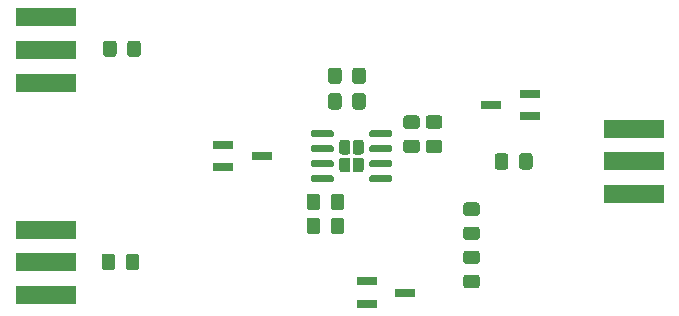
<source format=gbr>
%TF.GenerationSoftware,KiCad,Pcbnew,(5.1.6-0-10_14)*%
%TF.CreationDate,2020-09-16T18:16:11-07:00*%
%TF.ProjectId,tia_dev_board,7469615f-6465-4765-9f62-6f6172642e6b,rev?*%
%TF.SameCoordinates,Original*%
%TF.FileFunction,Paste,Top*%
%TF.FilePolarity,Positive*%
%FSLAX46Y46*%
G04 Gerber Fmt 4.6, Leading zero omitted, Abs format (unit mm)*
G04 Created by KiCad (PCBNEW (5.1.6-0-10_14)) date 2020-09-16 18:16:11*
%MOMM*%
%LPD*%
G01*
G04 APERTURE LIST*
%ADD10R,5.080000X1.600000*%
%ADD11R,1.800000X0.800000*%
G04 APERTURE END LIST*
%TO.C,U4*%
G36*
G01*
X169000000Y-92135000D02*
X169000000Y-91365000D01*
G75*
G02*
X169240000Y-91125000I240000J0D01*
G01*
X169720000Y-91125000D01*
G75*
G02*
X169960000Y-91365000I0J-240000D01*
G01*
X169960000Y-92135000D01*
G75*
G02*
X169720000Y-92375000I-240000J0D01*
G01*
X169240000Y-92375000D01*
G75*
G02*
X169000000Y-92135000I0J240000D01*
G01*
G37*
G36*
G01*
X169000000Y-90635000D02*
X169000000Y-89865000D01*
G75*
G02*
X169240000Y-89625000I240000J0D01*
G01*
X169720000Y-89625000D01*
G75*
G02*
X169960000Y-89865000I0J-240000D01*
G01*
X169960000Y-90635000D01*
G75*
G02*
X169720000Y-90875000I-240000J0D01*
G01*
X169240000Y-90875000D01*
G75*
G02*
X169000000Y-90635000I0J240000D01*
G01*
G37*
G36*
G01*
X167860000Y-92135000D02*
X167860000Y-91365000D01*
G75*
G02*
X168100000Y-91125000I240000J0D01*
G01*
X168580000Y-91125000D01*
G75*
G02*
X168820000Y-91365000I0J-240000D01*
G01*
X168820000Y-92135000D01*
G75*
G02*
X168580000Y-92375000I-240000J0D01*
G01*
X168100000Y-92375000D01*
G75*
G02*
X167860000Y-92135000I0J240000D01*
G01*
G37*
G36*
G01*
X167860000Y-90635000D02*
X167860000Y-89865000D01*
G75*
G02*
X168100000Y-89625000I240000J0D01*
G01*
X168580000Y-89625000D01*
G75*
G02*
X168820000Y-89865000I0J-240000D01*
G01*
X168820000Y-90635000D01*
G75*
G02*
X168580000Y-90875000I-240000J0D01*
G01*
X168100000Y-90875000D01*
G75*
G02*
X167860000Y-90635000I0J240000D01*
G01*
G37*
G36*
G01*
X170410000Y-89245000D02*
X170410000Y-88945000D01*
G75*
G02*
X170560000Y-88795000I150000J0D01*
G01*
X172210000Y-88795000D01*
G75*
G02*
X172360000Y-88945000I0J-150000D01*
G01*
X172360000Y-89245000D01*
G75*
G02*
X172210000Y-89395000I-150000J0D01*
G01*
X170560000Y-89395000D01*
G75*
G02*
X170410000Y-89245000I0J150000D01*
G01*
G37*
G36*
G01*
X170410000Y-90515000D02*
X170410000Y-90215000D01*
G75*
G02*
X170560000Y-90065000I150000J0D01*
G01*
X172210000Y-90065000D01*
G75*
G02*
X172360000Y-90215000I0J-150000D01*
G01*
X172360000Y-90515000D01*
G75*
G02*
X172210000Y-90665000I-150000J0D01*
G01*
X170560000Y-90665000D01*
G75*
G02*
X170410000Y-90515000I0J150000D01*
G01*
G37*
G36*
G01*
X170410000Y-91785000D02*
X170410000Y-91485000D01*
G75*
G02*
X170560000Y-91335000I150000J0D01*
G01*
X172210000Y-91335000D01*
G75*
G02*
X172360000Y-91485000I0J-150000D01*
G01*
X172360000Y-91785000D01*
G75*
G02*
X172210000Y-91935000I-150000J0D01*
G01*
X170560000Y-91935000D01*
G75*
G02*
X170410000Y-91785000I0J150000D01*
G01*
G37*
G36*
G01*
X170410000Y-93055000D02*
X170410000Y-92755000D01*
G75*
G02*
X170560000Y-92605000I150000J0D01*
G01*
X172210000Y-92605000D01*
G75*
G02*
X172360000Y-92755000I0J-150000D01*
G01*
X172360000Y-93055000D01*
G75*
G02*
X172210000Y-93205000I-150000J0D01*
G01*
X170560000Y-93205000D01*
G75*
G02*
X170410000Y-93055000I0J150000D01*
G01*
G37*
G36*
G01*
X165460000Y-93055000D02*
X165460000Y-92755000D01*
G75*
G02*
X165610000Y-92605000I150000J0D01*
G01*
X167260000Y-92605000D01*
G75*
G02*
X167410000Y-92755000I0J-150000D01*
G01*
X167410000Y-93055000D01*
G75*
G02*
X167260000Y-93205000I-150000J0D01*
G01*
X165610000Y-93205000D01*
G75*
G02*
X165460000Y-93055000I0J150000D01*
G01*
G37*
G36*
G01*
X165460000Y-91785000D02*
X165460000Y-91485000D01*
G75*
G02*
X165610000Y-91335000I150000J0D01*
G01*
X167260000Y-91335000D01*
G75*
G02*
X167410000Y-91485000I0J-150000D01*
G01*
X167410000Y-91785000D01*
G75*
G02*
X167260000Y-91935000I-150000J0D01*
G01*
X165610000Y-91935000D01*
G75*
G02*
X165460000Y-91785000I0J150000D01*
G01*
G37*
G36*
G01*
X165460000Y-90515000D02*
X165460000Y-90215000D01*
G75*
G02*
X165610000Y-90065000I150000J0D01*
G01*
X167260000Y-90065000D01*
G75*
G02*
X167410000Y-90215000I0J-150000D01*
G01*
X167410000Y-90515000D01*
G75*
G02*
X167260000Y-90665000I-150000J0D01*
G01*
X165610000Y-90665000D01*
G75*
G02*
X165460000Y-90515000I0J150000D01*
G01*
G37*
G36*
G01*
X165460000Y-89245000D02*
X165460000Y-88945000D01*
G75*
G02*
X165610000Y-88795000I150000J0D01*
G01*
X167260000Y-88795000D01*
G75*
G02*
X167410000Y-88945000I0J-150000D01*
G01*
X167410000Y-89245000D01*
G75*
G02*
X167260000Y-89395000I-150000J0D01*
G01*
X165610000Y-89395000D01*
G75*
G02*
X165460000Y-89245000I0J150000D01*
G01*
G37*
%TD*%
%TO.C,R5*%
G36*
G01*
X182185000Y-90989999D02*
X182185000Y-91890001D01*
G75*
G02*
X181935001Y-92140000I-249999J0D01*
G01*
X181284999Y-92140000D01*
G75*
G02*
X181035000Y-91890001I0J249999D01*
G01*
X181035000Y-90989999D01*
G75*
G02*
X181284999Y-90740000I249999J0D01*
G01*
X181935001Y-90740000D01*
G75*
G02*
X182185000Y-90989999I0J-249999D01*
G01*
G37*
G36*
G01*
X184235000Y-90989999D02*
X184235000Y-91890001D01*
G75*
G02*
X183985001Y-92140000I-249999J0D01*
G01*
X183334999Y-92140000D01*
G75*
G02*
X183085000Y-91890001I0J249999D01*
G01*
X183085000Y-90989999D01*
G75*
G02*
X183334999Y-90740000I249999J0D01*
G01*
X183985001Y-90740000D01*
G75*
G02*
X184235000Y-90989999I0J-249999D01*
G01*
G37*
%TD*%
%TO.C,R4*%
G36*
G01*
X178619999Y-96961000D02*
X179520001Y-96961000D01*
G75*
G02*
X179770000Y-97210999I0J-249999D01*
G01*
X179770000Y-97861001D01*
G75*
G02*
X179520001Y-98111000I-249999J0D01*
G01*
X178619999Y-98111000D01*
G75*
G02*
X178370000Y-97861001I0J249999D01*
G01*
X178370000Y-97210999D01*
G75*
G02*
X178619999Y-96961000I249999J0D01*
G01*
G37*
G36*
G01*
X178619999Y-94911000D02*
X179520001Y-94911000D01*
G75*
G02*
X179770000Y-95160999I0J-249999D01*
G01*
X179770000Y-95811001D01*
G75*
G02*
X179520001Y-96061000I-249999J0D01*
G01*
X178619999Y-96061000D01*
G75*
G02*
X178370000Y-95811001I0J249999D01*
G01*
X178370000Y-95160999D01*
G75*
G02*
X178619999Y-94911000I249999J0D01*
G01*
G37*
%TD*%
%TO.C,RF1*%
G36*
G01*
X168070000Y-85909999D02*
X168070000Y-86810001D01*
G75*
G02*
X167820001Y-87060000I-249999J0D01*
G01*
X167169999Y-87060000D01*
G75*
G02*
X166920000Y-86810001I0J249999D01*
G01*
X166920000Y-85909999D01*
G75*
G02*
X167169999Y-85660000I249999J0D01*
G01*
X167820001Y-85660000D01*
G75*
G02*
X168070000Y-85909999I0J-249999D01*
G01*
G37*
G36*
G01*
X170120000Y-85909999D02*
X170120000Y-86810001D01*
G75*
G02*
X169870001Y-87060000I-249999J0D01*
G01*
X169219999Y-87060000D01*
G75*
G02*
X168970000Y-86810001I0J249999D01*
G01*
X168970000Y-85909999D01*
G75*
G02*
X169219999Y-85660000I249999J0D01*
G01*
X169870001Y-85660000D01*
G75*
G02*
X170120000Y-85909999I0J-249999D01*
G01*
G37*
%TD*%
%TO.C,R2*%
G36*
G01*
X148893000Y-99498999D02*
X148893000Y-100399001D01*
G75*
G02*
X148643001Y-100649000I-249999J0D01*
G01*
X147992999Y-100649000D01*
G75*
G02*
X147743000Y-100399001I0J249999D01*
G01*
X147743000Y-99498999D01*
G75*
G02*
X147992999Y-99249000I249999J0D01*
G01*
X148643001Y-99249000D01*
G75*
G02*
X148893000Y-99498999I0J-249999D01*
G01*
G37*
G36*
G01*
X150943000Y-99498999D02*
X150943000Y-100399001D01*
G75*
G02*
X150693001Y-100649000I-249999J0D01*
G01*
X150042999Y-100649000D01*
G75*
G02*
X149793000Y-100399001I0J249999D01*
G01*
X149793000Y-99498999D01*
G75*
G02*
X150042999Y-99249000I249999J0D01*
G01*
X150693001Y-99249000D01*
G75*
G02*
X150943000Y-99498999I0J-249999D01*
G01*
G37*
%TD*%
%TO.C,R1*%
G36*
G01*
X149020000Y-81464999D02*
X149020000Y-82365001D01*
G75*
G02*
X148770001Y-82615000I-249999J0D01*
G01*
X148119999Y-82615000D01*
G75*
G02*
X147870000Y-82365001I0J249999D01*
G01*
X147870000Y-81464999D01*
G75*
G02*
X148119999Y-81215000I249999J0D01*
G01*
X148770001Y-81215000D01*
G75*
G02*
X149020000Y-81464999I0J-249999D01*
G01*
G37*
G36*
G01*
X151070000Y-81464999D02*
X151070000Y-82365001D01*
G75*
G02*
X150820001Y-82615000I-249999J0D01*
G01*
X150169999Y-82615000D01*
G75*
G02*
X149920000Y-82365001I0J249999D01*
G01*
X149920000Y-81464999D01*
G75*
G02*
X150169999Y-81215000I249999J0D01*
G01*
X150820001Y-81215000D01*
G75*
G02*
X151070000Y-81464999I0J-249999D01*
G01*
G37*
%TD*%
D10*
%TO.C,J3*%
X192786000Y-88670000D03*
X192786000Y-94210000D03*
X192786000Y-91440000D03*
%TD*%
%TO.C,J2*%
X143060000Y-84770000D03*
X143060000Y-79230000D03*
X143060000Y-82000000D03*
%TD*%
%TO.C,J1*%
X143060000Y-102770000D03*
X143060000Y-97230000D03*
X143060000Y-100000000D03*
%TD*%
D11*
%TO.C,D3*%
X180723000Y-86680000D03*
X184023000Y-85730000D03*
X184023000Y-87630000D03*
%TD*%
%TO.C,D2*%
X173480000Y-102550000D03*
X170180000Y-103500000D03*
X170180000Y-101600000D03*
%TD*%
%TO.C,D1*%
X161290000Y-91000000D03*
X157990000Y-91950000D03*
X157990000Y-90050000D03*
%TD*%
%TO.C,C6*%
G36*
G01*
X178619999Y-101043000D02*
X179520001Y-101043000D01*
G75*
G02*
X179770000Y-101292999I0J-249999D01*
G01*
X179770000Y-101943001D01*
G75*
G02*
X179520001Y-102193000I-249999J0D01*
G01*
X178619999Y-102193000D01*
G75*
G02*
X178370000Y-101943001I0J249999D01*
G01*
X178370000Y-101292999D01*
G75*
G02*
X178619999Y-101043000I249999J0D01*
G01*
G37*
G36*
G01*
X178619999Y-98993000D02*
X179520001Y-98993000D01*
G75*
G02*
X179770000Y-99242999I0J-249999D01*
G01*
X179770000Y-99893001D01*
G75*
G02*
X179520001Y-100143000I-249999J0D01*
G01*
X178619999Y-100143000D01*
G75*
G02*
X178370000Y-99893001I0J249999D01*
G01*
X178370000Y-99242999D01*
G75*
G02*
X178619999Y-98993000I249999J0D01*
G01*
G37*
%TD*%
%TO.C,CF1*%
G36*
G01*
X168070000Y-83750999D02*
X168070000Y-84651001D01*
G75*
G02*
X167820001Y-84901000I-249999J0D01*
G01*
X167169999Y-84901000D01*
G75*
G02*
X166920000Y-84651001I0J249999D01*
G01*
X166920000Y-83750999D01*
G75*
G02*
X167169999Y-83501000I249999J0D01*
G01*
X167820001Y-83501000D01*
G75*
G02*
X168070000Y-83750999I0J-249999D01*
G01*
G37*
G36*
G01*
X170120000Y-83750999D02*
X170120000Y-84651001D01*
G75*
G02*
X169870001Y-84901000I-249999J0D01*
G01*
X169219999Y-84901000D01*
G75*
G02*
X168970000Y-84651001I0J249999D01*
G01*
X168970000Y-83750999D01*
G75*
G02*
X169219999Y-83501000I249999J0D01*
G01*
X169870001Y-83501000D01*
G75*
G02*
X170120000Y-83750999I0J-249999D01*
G01*
G37*
%TD*%
%TO.C,C4*%
G36*
G01*
X175444999Y-89595000D02*
X176345001Y-89595000D01*
G75*
G02*
X176595000Y-89844999I0J-249999D01*
G01*
X176595000Y-90495001D01*
G75*
G02*
X176345001Y-90745000I-249999J0D01*
G01*
X175444999Y-90745000D01*
G75*
G02*
X175195000Y-90495001I0J249999D01*
G01*
X175195000Y-89844999D01*
G75*
G02*
X175444999Y-89595000I249999J0D01*
G01*
G37*
G36*
G01*
X175444999Y-87545000D02*
X176345001Y-87545000D01*
G75*
G02*
X176595000Y-87794999I0J-249999D01*
G01*
X176595000Y-88445001D01*
G75*
G02*
X176345001Y-88695000I-249999J0D01*
G01*
X175444999Y-88695000D01*
G75*
G02*
X175195000Y-88445001I0J249999D01*
G01*
X175195000Y-87794999D01*
G75*
G02*
X175444999Y-87545000I249999J0D01*
G01*
G37*
%TD*%
%TO.C,C3*%
G36*
G01*
X173539999Y-89595000D02*
X174440001Y-89595000D01*
G75*
G02*
X174690000Y-89844999I0J-249999D01*
G01*
X174690000Y-90495001D01*
G75*
G02*
X174440001Y-90745000I-249999J0D01*
G01*
X173539999Y-90745000D01*
G75*
G02*
X173290000Y-90495001I0J249999D01*
G01*
X173290000Y-89844999D01*
G75*
G02*
X173539999Y-89595000I249999J0D01*
G01*
G37*
G36*
G01*
X173539999Y-87545000D02*
X174440001Y-87545000D01*
G75*
G02*
X174690000Y-87794999I0J-249999D01*
G01*
X174690000Y-88445001D01*
G75*
G02*
X174440001Y-88695000I-249999J0D01*
G01*
X173539999Y-88695000D01*
G75*
G02*
X173290000Y-88445001I0J249999D01*
G01*
X173290000Y-87794999D01*
G75*
G02*
X173539999Y-87545000I249999J0D01*
G01*
G37*
%TD*%
%TO.C,C2*%
G36*
G01*
X167150000Y-95319001D02*
X167150000Y-94418999D01*
G75*
G02*
X167399999Y-94169000I249999J0D01*
G01*
X168050001Y-94169000D01*
G75*
G02*
X168300000Y-94418999I0J-249999D01*
G01*
X168300000Y-95319001D01*
G75*
G02*
X168050001Y-95569000I-249999J0D01*
G01*
X167399999Y-95569000D01*
G75*
G02*
X167150000Y-95319001I0J249999D01*
G01*
G37*
G36*
G01*
X165100000Y-95319001D02*
X165100000Y-94418999D01*
G75*
G02*
X165349999Y-94169000I249999J0D01*
G01*
X166000001Y-94169000D01*
G75*
G02*
X166250000Y-94418999I0J-249999D01*
G01*
X166250000Y-95319001D01*
G75*
G02*
X166000001Y-95569000I-249999J0D01*
G01*
X165349999Y-95569000D01*
G75*
G02*
X165100000Y-95319001I0J249999D01*
G01*
G37*
%TD*%
%TO.C,C1*%
G36*
G01*
X167150000Y-97351001D02*
X167150000Y-96450999D01*
G75*
G02*
X167399999Y-96201000I249999J0D01*
G01*
X168050001Y-96201000D01*
G75*
G02*
X168300000Y-96450999I0J-249999D01*
G01*
X168300000Y-97351001D01*
G75*
G02*
X168050001Y-97601000I-249999J0D01*
G01*
X167399999Y-97601000D01*
G75*
G02*
X167150000Y-97351001I0J249999D01*
G01*
G37*
G36*
G01*
X165100000Y-97351001D02*
X165100000Y-96450999D01*
G75*
G02*
X165349999Y-96201000I249999J0D01*
G01*
X166000001Y-96201000D01*
G75*
G02*
X166250000Y-96450999I0J-249999D01*
G01*
X166250000Y-97351001D01*
G75*
G02*
X166000001Y-97601000I-249999J0D01*
G01*
X165349999Y-97601000D01*
G75*
G02*
X165100000Y-97351001I0J249999D01*
G01*
G37*
%TD*%
M02*

</source>
